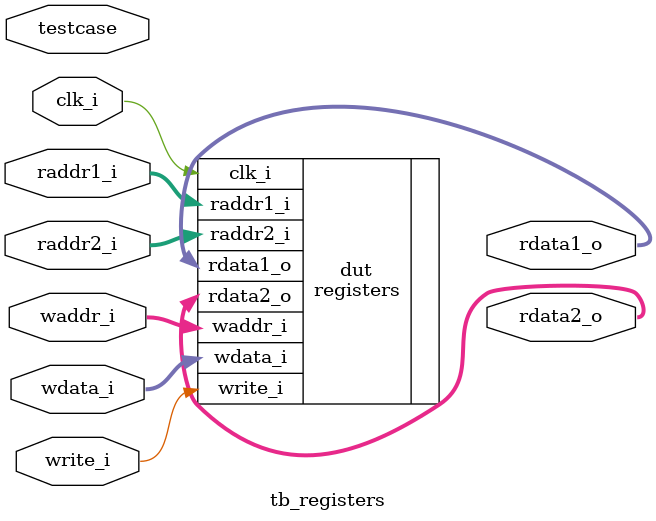
<source format=sv>
/*           __        _
 *  ________/ /  ___ _(_)__  ___
 * / __/ __/ _ \/ _ `/ / _ \/ -_)
 * \__/\__/_//_/\_,_/_/_//_/\__/
 * 
 * Copyright (C) Clément Chaine
 * This file is part of ECAP5-DPROC <https://github.com/ecap5/ECAP5-DPROC>
 *
 * ECAP5-DPROC is free software: you can redistribute it and/or modify
 * it under the terms of the GNU General Public License as published by
 * the Free Software Foundation, either version 3 of the License, or
 * (at your option) any later version.
 *
 * ECAP5-DPROC is distributed in the hope that it will be useful,
 * but WITHOUT ANY WARRANTY; without even the implied warranty of
 * MERCHANTABILITY or FITNESS FOR A PARTICULAR PURPOSE.  See the
 * GNU General Public License for more details.
 *
 * You should have received a copy of the GNU General Public License
 * along with ECAP5-DPROC.  If not, see <http://www.gnu.org/licenses/>.
 */

module tb_registers (
  input   int          testcase,

  input   logic        clk_i,     
  input   logic[4:0]   raddr1_i,  
  output  logic[31:0]  rdata1_o,  
  input   logic[4:0]   raddr2_i,  
  output  logic[31:0]  rdata2_o,  
  input   logic        write_i,   
  input   logic[4:0]   waddr_i,   
  input   logic[31:0]  wdata_i    
);

registers dut (
  .clk_i     (clk_i),
  .raddr1_i  (raddr1_i),
  .rdata1_o  (rdata1_o),
  .raddr2_i  (raddr2_i),
  .rdata2_o  (rdata2_o),
  .write_i   (write_i),
  .waddr_i   (waddr_i),
  .wdata_i   (wdata_i)   
);

endmodule // top

</source>
